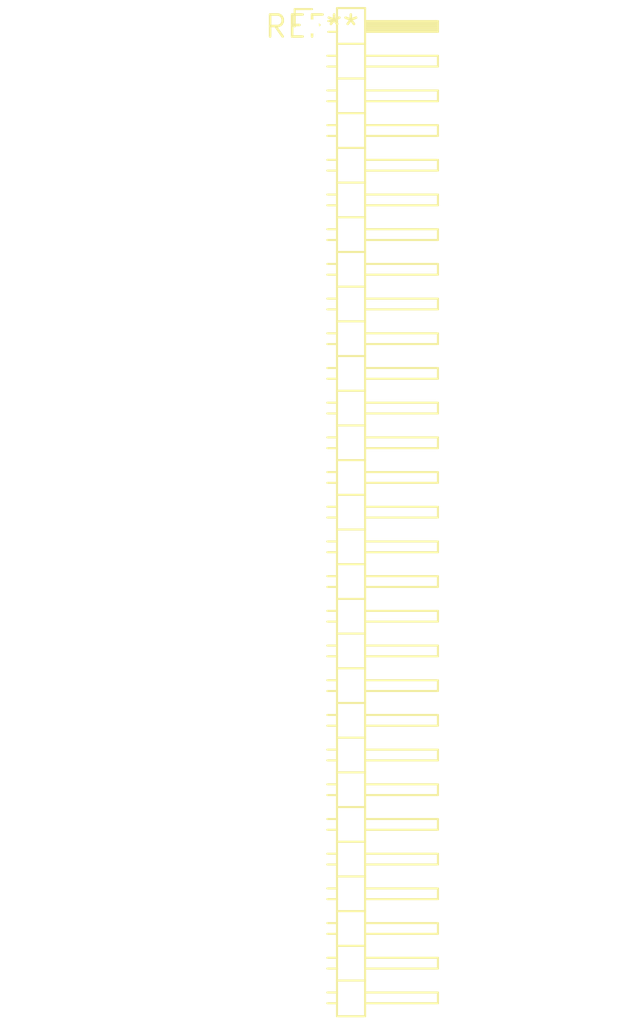
<source format=kicad_pcb>
(kicad_pcb (version 20240108) (generator pcbnew)
  (layers (0 "F.Cu" signal) (31 "B.Cu" signal) (34 "B.Paste" user) (35 "F.Paste" user) (36 "B.SilkS" user "B.Silkscreen") (37 "F.SilkS" user "F.Silkscreen") (38 "B.Mask" user) (39 "F.Mask" user) (44 "Edge.Cuts" user))
  (net 0 "")
  (footprint "PinHeader_1x29_P2.00mm_Horizontal" (layer "F.Cu") (at 0 0)
    (property "Reference" "REF**")
    (property "Value" "PinHeader_1x29_P2.00mm_Horizontal")
    (fp_line (start -1 -1) (end 0 -1) (layer "F.SilkS") (stroke (width 0.12)))
    (fp_line (start -1 0) (end -1 -1) (layer "F.SilkS") (stroke (width 0.12)))
    (fp_line (start 0.882114 1.69) (end 1.44 1.69) (layer "F.SilkS") (stroke (width 0.12)))
    (fp_line (start 0.882114 2.31) (end 1.44 2.31) (layer "F.SilkS") (stroke (width 0.12)))
    (fp_line (start 0.882114 3.69) (end 1.44 3.69) (layer "F.SilkS") (stroke (width 0.12)))
    (fp_line (start 0.882114 4.31) (end 1.44 4.31) (layer "F.SilkS") (stroke (width 0.12)))
    (fp_line (start 0.882114 5.69) (end 1.44 5.69) (layer "F.SilkS") (stroke (width 0.12)))
    (fp_line (start 0.882114 6.31) (end 1.44 6.31) (layer "F.SilkS") (stroke (width 0.12)))
    (fp_line (start 0.882114 7.69) (end 1.44 7.69) (layer "F.SilkS") (stroke (width 0.12)))
    (fp_line (start 0.882114 8.31) (end 1.44 8.31) (layer "F.SilkS") (stroke (width 0.12)))
    (fp_line (start 0.882114 9.69) (end 1.44 9.69) (layer "F.SilkS") (stroke (width 0.12)))
    (fp_line (start 0.882114 10.31) (end 1.44 10.31) (layer "F.SilkS") (stroke (width 0.12)))
    (fp_line (start 0.882114 11.69) (end 1.44 11.69) (layer "F.SilkS") (stroke (width 0.12)))
    (fp_line (start 0.882114 12.31) (end 1.44 12.31) (layer "F.SilkS") (stroke (width 0.12)))
    (fp_line (start 0.882114 13.69) (end 1.44 13.69) (layer "F.SilkS") (stroke (width 0.12)))
    (fp_line (start 0.882114 14.31) (end 1.44 14.31) (layer "F.SilkS") (stroke (width 0.12)))
    (fp_line (start 0.882114 15.69) (end 1.44 15.69) (layer "F.SilkS") (stroke (width 0.12)))
    (fp_line (start 0.882114 16.31) (end 1.44 16.31) (layer "F.SilkS") (stroke (width 0.12)))
    (fp_line (start 0.882114 17.69) (end 1.44 17.69) (layer "F.SilkS") (stroke (width 0.12)))
    (fp_line (start 0.882114 18.31) (end 1.44 18.31) (layer "F.SilkS") (stroke (width 0.12)))
    (fp_line (start 0.882114 19.69) (end 1.44 19.69) (layer "F.SilkS") (stroke (width 0.12)))
    (fp_line (start 0.882114 20.31) (end 1.44 20.31) (layer "F.SilkS") (stroke (width 0.12)))
    (fp_line (start 0.882114 21.69) (end 1.44 21.69) (layer "F.SilkS") (stroke (width 0.12)))
    (fp_line (start 0.882114 22.31) (end 1.44 22.31) (layer "F.SilkS") (stroke (width 0.12)))
    (fp_line (start 0.882114 23.69) (end 1.44 23.69) (layer "F.SilkS") (stroke (width 0.12)))
    (fp_line (start 0.882114 24.31) (end 1.44 24.31) (layer "F.SilkS") (stroke (width 0.12)))
    (fp_line (start 0.882114 25.69) (end 1.44 25.69) (layer "F.SilkS") (stroke (width 0.12)))
    (fp_line (start 0.882114 26.31) (end 1.44 26.31) (layer "F.SilkS") (stroke (width 0.12)))
    (fp_line (start 0.882114 27.69) (end 1.44 27.69) (layer "F.SilkS") (stroke (width 0.12)))
    (fp_line (start 0.882114 28.31) (end 1.44 28.31) (layer "F.SilkS") (stroke (width 0.12)))
    (fp_line (start 0.882114 29.69) (end 1.44 29.69) (layer "F.SilkS") (stroke (width 0.12)))
    (fp_line (start 0.882114 30.31) (end 1.44 30.31) (layer "F.SilkS") (stroke (width 0.12)))
    (fp_line (start 0.882114 31.69) (end 1.44 31.69) (layer "F.SilkS") (stroke (width 0.12)))
    (fp_line (start 0.882114 32.31) (end 1.44 32.31) (layer "F.SilkS") (stroke (width 0.12)))
    (fp_line (start 0.882114 33.69) (end 1.44 33.69) (layer "F.SilkS") (stroke (width 0.12)))
    (fp_line (start 0.882114 34.31) (end 1.44 34.31) (layer "F.SilkS") (stroke (width 0.12)))
    (fp_line (start 0.882114 35.69) (end 1.44 35.69) (layer "F.SilkS") (stroke (width 0.12)))
    (fp_line (start 0.882114 36.31) (end 1.44 36.31) (layer "F.SilkS") (stroke (width 0.12)))
    (fp_line (start 0.882114 37.69) (end 1.44 37.69) (layer "F.SilkS") (stroke (width 0.12)))
    (fp_line (start 0.882114 38.31) (end 1.44 38.31) (layer "F.SilkS") (stroke (width 0.12)))
    (fp_line (start 0.882114 39.69) (end 1.44 39.69) (layer "F.SilkS") (stroke (width 0.12)))
    (fp_line (start 0.882114 40.31) (end 1.44 40.31) (layer "F.SilkS") (stroke (width 0.12)))
    (fp_line (start 0.882114 41.69) (end 1.44 41.69) (layer "F.SilkS") (stroke (width 0.12)))
    (fp_line (start 0.882114 42.31) (end 1.44 42.31) (layer "F.SilkS") (stroke (width 0.12)))
    (fp_line (start 0.882114 43.69) (end 1.44 43.69) (layer "F.SilkS") (stroke (width 0.12)))
    (fp_line (start 0.882114 44.31) (end 1.44 44.31) (layer "F.SilkS") (stroke (width 0.12)))
    (fp_line (start 0.882114 45.69) (end 1.44 45.69) (layer "F.SilkS") (stroke (width 0.12)))
    (fp_line (start 0.882114 46.31) (end 1.44 46.31) (layer "F.SilkS") (stroke (width 0.12)))
    (fp_line (start 0.882114 47.69) (end 1.44 47.69) (layer "F.SilkS") (stroke (width 0.12)))
    (fp_line (start 0.882114 48.31) (end 1.44 48.31) (layer "F.SilkS") (stroke (width 0.12)))
    (fp_line (start 0.882114 49.69) (end 1.44 49.69) (layer "F.SilkS") (stroke (width 0.12)))
    (fp_line (start 0.882114 50.31) (end 1.44 50.31) (layer "F.SilkS") (stroke (width 0.12)))
    (fp_line (start 0.882114 51.69) (end 1.44 51.69) (layer "F.SilkS") (stroke (width 0.12)))
    (fp_line (start 0.882114 52.31) (end 1.44 52.31) (layer "F.SilkS") (stroke (width 0.12)))
    (fp_line (start 0.882114 53.69) (end 1.44 53.69) (layer "F.SilkS") (stroke (width 0.12)))
    (fp_line (start 0.882114 54.31) (end 1.44 54.31) (layer "F.SilkS") (stroke (width 0.12)))
    (fp_line (start 0.882114 55.69) (end 1.44 55.69) (layer "F.SilkS") (stroke (width 0.12)))
    (fp_line (start 0.882114 56.31) (end 1.44 56.31) (layer "F.SilkS") (stroke (width 0.12)))
    (fp_line (start 0.935 -0.31) (end 1.44 -0.31) (layer "F.SilkS") (stroke (width 0.12)))
    (fp_line (start 0.935 0.31) (end 1.44 0.31) (layer "F.SilkS") (stroke (width 0.12)))
    (fp_line (start 1.44 -1.06) (end 1.44 57.06) (layer "F.SilkS") (stroke (width 0.12)))
    (fp_line (start 1.44 1) (end 3.06 1) (layer "F.SilkS") (stroke (width 0.12)))
    (fp_line (start 1.44 3) (end 3.06 3) (layer "F.SilkS") (stroke (width 0.12)))
    (fp_line (start 1.44 5) (end 3.06 5) (layer "F.SilkS") (stroke (width 0.12)))
    (fp_line (start 1.44 7) (end 3.06 7) (layer "F.SilkS") (stroke (width 0.12)))
    (fp_line (start 1.44 9) (end 3.06 9) (layer "F.SilkS") (stroke (width 0.12)))
    (fp_line (start 1.44 11) (end 3.06 11) (layer "F.SilkS") (stroke (width 0.12)))
    (fp_line (start 1.44 13) (end 3.06 13) (layer "F.SilkS") (stroke (width 0.12)))
    (fp_line (start 1.44 15) (end 3.06 15) (layer "F.SilkS") (stroke (width 0.12)))
    (fp_line (start 1.44 17) (end 3.06 17) (layer "F.SilkS") (stroke (width 0.12)))
    (fp_line (start 1.44 19) (end 3.06 19) (layer "F.SilkS") (stroke (width 0.12)))
    (fp_line (start 1.44 21) (end 3.06 21) (layer "F.SilkS") (stroke (width 0.12)))
    (fp_line (start 1.44 23) (end 3.06 23) (layer "F.SilkS") (stroke (width 0.12)))
    (fp_line (start 1.44 25) (end 3.06 25) (layer "F.SilkS") (stroke (width 0.12)))
    (fp_line (start 1.44 27) (end 3.06 27) (layer "F.SilkS") (stroke (width 0.12)))
    (fp_line (start 1.44 29) (end 3.06 29) (layer "F.SilkS") (stroke (width 0.12)))
    (fp_line (start 1.44 31) (end 3.06 31) (layer "F.SilkS") (stroke (width 0.12)))
    (fp_line (start 1.44 33) (end 3.06 33) (layer "F.SilkS") (stroke (width 0.12)))
    (fp_line (start 1.44 35) (end 3.06 35) (layer "F.SilkS") (stroke (width 0.12)))
    (fp_line (start 1.44 37) (end 3.06 37) (layer "F.SilkS") (stroke (width 0.12)))
    (fp_line (start 1.44 39) (end 3.06 39) (layer "F.SilkS") (stroke (width 0.12)))
    (fp_line (start 1.44 41) (end 3.06 41) (layer "F.SilkS") (stroke (width 0.12)))
    (fp_line (start 1.44 43) (end 3.06 43) (layer "F.SilkS") (stroke (width 0.12)))
    (fp_line (start 1.44 45) (end 3.06 45) (layer "F.SilkS") (stroke (width 0.12)))
    (fp_line (start 1.44 47) (end 3.06 47) (layer "F.SilkS") (stroke (width 0.12)))
    (fp_line (start 1.44 49) (end 3.06 49) (layer "F.SilkS") (stroke (width 0.12)))
    (fp_line (start 1.44 51) (end 3.06 51) (layer "F.SilkS") (stroke (width 0.12)))
    (fp_line (start 1.44 53) (end 3.06 53) (layer "F.SilkS") (stroke (width 0.12)))
    (fp_line (start 1.44 55) (end 3.06 55) (layer "F.SilkS") (stroke (width 0.12)))
    (fp_line (start 1.44 57.06) (end 3.06 57.06) (layer "F.SilkS") (stroke (width 0.12)))
    (fp_line (start 3.06 -1.06) (end 1.44 -1.06) (layer "F.SilkS") (stroke (width 0.12)))
    (fp_line (start 3.06 -0.31) (end 7.26 -0.31) (layer "F.SilkS") (stroke (width 0.12)))
    (fp_line (start 3.06 -0.25) (end 7.26 -0.25) (layer "F.SilkS") (stroke (width 0.12)))
    (fp_line (start 3.06 -0.13) (end 7.26 -0.13) (layer "F.SilkS") (stroke (width 0.12)))
    (fp_line (start 3.06 -0.01) (end 7.26 -0.01) (layer "F.SilkS") (stroke (width 0.12)))
    (fp_line (start 3.06 0.11) (end 7.26 0.11) (layer "F.SilkS") (stroke (width 0.12)))
    (fp_line (start 3.06 0.23) (end 7.26 0.23) (layer "F.SilkS") (stroke (width 0.12)))
    (fp_line (start 3.06 1.69) (end 7.26 1.69) (layer "F.SilkS") (stroke (width 0.12)))
    (fp_line (start 3.06 3.69) (end 7.26 3.69) (layer "F.SilkS") (stroke (width 0.12)))
    (fp_line (start 3.06 5.69) (end 7.26 5.69) (layer "F.SilkS") (stroke (width 0.12)))
    (fp_line (start 3.06 7.69) (end 7.26 7.69) (layer "F.SilkS") (stroke (width 0.12)))
    (fp_line (start 3.06 9.69) (end 7.26 9.69) (layer "F.SilkS") (stroke (width 0.12)))
    (fp_line (start 3.06 11.69) (end 7.26 11.69) (layer "F.SilkS") (stroke (width 0.12)))
    (fp_line (start 3.06 13.69) (end 7.26 13.69) (layer "F.SilkS") (stroke (width 0.12)))
    (fp_line (start 3.06 15.69) (end 7.26 15.69) (layer "F.SilkS") (stroke (width 0.12)))
    (fp_line (start 3.06 17.69) (end 7.26 17.69) (layer "F.SilkS") (stroke (width 0.12)))
    (fp_line (start 3.06 19.69) (end 7.26 19.69) (layer "F.SilkS") (stroke (width 0.12)))
    (fp_line (start 3.06 21.69) (end 7.26 21.69) (layer "F.SilkS") (stroke (width 0.12)))
    (fp_line (start 3.06 23.69) (end 7.26 23.69) (layer "F.SilkS") (stroke (width 0.12)))
    (fp_line (start 3.06 25.69) (end 7.26 25.69) (layer "F.SilkS") (stroke (width 0.12)))
    (fp_line (start 3.06 27.69) (end 7.26 27.69) (layer "F.SilkS") (stroke (width 0.12)))
    (fp_line (start 3.06 29.69) (end 7.26 29.69) (layer "F.SilkS") (stroke (width 0.12)))
    (fp_line (start 3.06 31.69) (end 7.26 31.69) (layer "F.SilkS") (stroke (width 0.12)))
    (fp_line (start 3.06 33.69) (end 7.26 33.69) (layer "F.SilkS") (stroke (width 0.12)))
    (fp_line (start 3.06 35.69) (end 7.26 35.69) (layer "F.SilkS") (stroke (width 0.12)))
    (fp_line (start 3.06 37.69) (end 7.26 37.69) (layer "F.SilkS") (stroke (width 0.12)))
    (fp_line (start 3.06 39.69) (end 7.26 39.69) (layer "F.SilkS") (stroke (width 0.12)))
    (fp_line (start 3.06 41.69) (end 7.26 41.69) (layer "F.SilkS") (stroke (width 0.12)))
    (fp_line (start 3.06 43.69) (end 7.26 43.69) (layer "F.SilkS") (stroke (width 0.12)))
    (fp_line (start 3.06 45.69) (end 7.26 45.69) (layer "F.SilkS") (stroke (width 0.12)))
    (fp_line (start 3.06 47.69) (end 7.26 47.69) (layer "F.SilkS") (stroke (width 0.12)))
    (fp_line (start 3.06 49.69) (end 7.26 49.69) (layer "F.SilkS") (stroke (width 0.12)))
    (fp_line (start 3.06 51.69) (end 7.26 51.69) (layer "F.SilkS") (stroke (width 0.12)))
    (fp_line (start 3.06 53.69) (end 7.26 53.69) (layer "F.SilkS") (stroke (width 0.12)))
    (fp_line (start 3.06 55.69) (end 7.26 55.69) (layer "F.SilkS") (stroke (width 0.12)))
    (fp_line (start 3.06 57.06) (end 3.06 -1.06) (layer "F.SilkS") (stroke (width 0.12)))
    (fp_line (start 7.26 -0.31) (end 7.26 0.31) (layer "F.SilkS") (stroke (width 0.12)))
    (fp_line (start 7.26 0.31) (end 3.06 0.31) (layer "F.SilkS") (stroke (width 0.12)))
    (fp_line (start 7.26 1.69) (end 7.26 2.31) (layer "F.SilkS") (stroke (width 0.12)))
    (fp_line (start 7.26 2.31) (end 3.06 2.31) (layer "F.SilkS") (stroke (width 0.12)))
    (fp_line (start 7.26 3.69) (end 7.26 4.31) (layer "F.SilkS") (stroke (width 0.12)))
    (fp_line (start 7.26 4.31) (end 3.06 4.31) (layer "F.SilkS") (stroke (width 0.12)))
    (fp_line (start 7.26 5.69) (end 7.26 6.31) (layer "F.SilkS") (stroke (width 0.12)))
    (fp_line (start 7.26 6.31) (end 3.06 6.31) (layer "F.SilkS") (stroke (width 0.12)))
    (fp_line (start 7.26 7.69) (end 7.26 8.31) (layer "F.SilkS") (stroke (width 0.12)))
    (fp_line (start 7.26 8.31) (end 3.06 8.31) (layer "F.SilkS") (stroke (width 0.12)))
    (fp_line (start 7.26 9.69) (end 7.26 10.31) (layer "F.SilkS") (stroke (width 0.12)))
    (fp_line (start 7.26 10.31) (end 3.06 10.31) (layer "F.SilkS") (stroke (width 0.12)))
    (fp_line (start 7.26 11.69) (end 7.26 12.31) (layer "F.SilkS") (stroke (width 0.12)))
    (fp_line (start 7.26 12.31) (end 3.06 12.31) (layer "F.SilkS") (stroke (width 0.12)))
    (fp_line (start 7.26 13.69) (end 7.26 14.31) (layer "F.SilkS") (stroke (width 0.12)))
    (fp_line (start 7.26 14.31) (end 3.06 14.31) (layer "F.SilkS") (stroke (width 0.12)))
    (fp_line (start 7.26 15.69) (end 7.26 16.31) (layer "F.SilkS") (stroke (width 0.12)))
    (fp_line (start 7.26 16.31) (end 3.06 16.31) (layer "F.SilkS") (stroke (width 0.12)))
    (fp_line (start 7.26 17.69) (end 7.26 18.31) (layer "F.SilkS") (stroke (width 0.12)))
    (fp_line (start 7.26 18.31) (end 3.06 18.31) (layer "F.SilkS") (stroke (width 0.12)))
    (fp_line (start 7.26 19.69) (end 7.26 20.31) (layer "F.SilkS") (stroke (width 0.12)))
    (fp_line (start 7.26 20.31) (end 3.06 20.31) (layer "F.SilkS") (stroke (width 0.12)))
    (fp_line (start 7.26 21.69) (end 7.26 22.31) (layer "F.SilkS") (stroke (width 0.12)))
    (fp_line (start 7.26 22.31) (end 3.06 22.31) (layer "F.SilkS") (stroke (width 0.12)))
    (fp_line (start 7.26 23.69) (end 7.26 24.31) (layer "F.SilkS") (stroke (width 0.12)))
    (fp_line (start 7.26 24.31) (end 3.06 24.31) (layer "F.SilkS") (stroke (width 0.12)))
    (fp_line (start 7.26 25.69) (end 7.26 26.31) (layer "F.SilkS") (stroke (width 0.12)))
    (fp_line (start 7.26 26.31) (end 3.06 26.31) (layer "F.SilkS") (stroke (width 0.12)))
    (fp_line (start 7.26 27.69) (end 7.26 28.31) (layer "F.SilkS") (stroke (width 0.12)))
    (fp_line (start 7.26 28.31) (end 3.06 28.31) (layer "F.SilkS") (stroke (width 0.12)))
    (fp_line (start 7.26 29.69) (end 7.26 30.31) (layer "F.SilkS") (stroke (width 0.12)))
    (fp_line (start 7.26 30.31) (end 3.06 30.31) (layer "F.SilkS") (stroke (width 0.12)))
    (fp_line (start 7.26 31.69) (end 7.26 32.31) (layer "F.SilkS") (stroke (width 0.12)))
    (fp_line (start 7.26 32.31) (end 3.06 32.31) (layer "F.SilkS") (stroke (width 0.12)))
    (fp_line (start 7.26 33.69) (end 7.26 34.31) (layer "F.SilkS") (stroke (width 0.12)))
    (fp_line (start 7.26 34.31) (end 3.06 34.31) (layer "F.SilkS") (stroke (width 0.12)))
    (fp_line (start 7.26 35.69) (end 7.26 36.31) (layer "F.SilkS") (stroke (width 0.12)))
    (fp_line (start 7.26 36.31) (end 3.06 36.31) (layer "F.SilkS") (stroke (width 0.12)))
    (fp_line (start 7.26 37.69) (end 7.26 38.31) (layer "F.SilkS") (stroke (width 0.12)))
    (fp_line (start 7.26 38.31) (end 3.06 38.31) (layer "F.SilkS") (stroke (width 0.12)))
    (fp_line (start 7.26 39.69) (end 7.26 40.31) (layer "F.SilkS") (stroke (width 0.12)))
    (fp_line (start 7.26 40.31) (end 3.06 40.31) (layer "F.SilkS") (stroke (width 0.12)))
    (fp_line (start 7.26 41.69) (end 7.26 42.31) (layer "F.SilkS") (stroke (width 0.12)))
    (fp_line (start 7.26 42.31) (end 3.06 42.31) (layer "F.SilkS") (stroke (width 0.12)))
    (fp_line (start 7.26 43.69) (end 7.26 44.31) (layer "F.SilkS") (stroke (width 0.12)))
    (fp_line (start 7.26 44.31) (end 3.06 44.31) (layer "F.SilkS") (stroke (width 0.12)))
    (fp_line (start 7.26 45.69) (end 7.26 46.31) (layer "F.SilkS") (stroke (width 0.12)))
    (fp_line (start 7.26 46.31) (end 3.06 46.31) (layer "F.SilkS") (stroke (width 0.12)))
    (fp_line (start 7.26 47.69) (end 7.26 48.31) (layer "F.SilkS") (stroke (width 0.12)))
    (fp_line (start 7.26 48.31) (end 3.06 48.31) (layer "F.SilkS") (stroke (width 0.12)))
    (fp_line (start 7.26 49.69) (end 7.26 50.31) (layer "F.SilkS") (stroke (width 0.12)))
    (fp_line (start 7.26 50.31) (end 3.06 50.31) (layer "F.SilkS") (stroke (width 0.12)))
    (fp_line (start 7.26 51.69) (end 7.26 52.31) (layer "F.SilkS") (stroke (width 0.12)))
    (fp_line (start 7.26 52.31) (end 3.06 52.31) (layer "F.SilkS") (stroke (width 0.12)))
    (fp_line (start 7.26 53.69) (end 7.26 54.31) (layer "F.SilkS") (stroke (width 0.12)))
    (fp_line (start 7.26 54.31) (end 3.06 54.31) (layer "F.SilkS") (stroke (width 0.12)))
    (fp_line (start 7.26 55.69) (end 7.26 56.31) (layer "F.SilkS") (stroke (width 0.12)))
    (fp_line (start 7.26 56.31) (end 3.06 56.31) (layer "F.SilkS") (stroke (width 0.12)))
    (pad "1" thru_hole rect (at 0 0) (size 1.35 1.35) (drill 0.8) (layers *.Cu *.Mask) (remove_unused_layers))
    (pad "2" thru_hole oval (at 0 2) (size 1.35 1.35) (drill 0.8) (layers *.Cu *.Mask) (remove_unused_layers))
    (pad "3" thru_hole oval (at 0 4) (size 1.35 1.35) (drill 0.8) (layers *.Cu *.Mask) (remove_unused_layers))
    (pad "4" thru_hole oval (at 0 6) (size 1.35 1.35) (drill 0.8) (layers *.Cu *.Mask) (remove_unused_layers))
    (pad "5" thru_hole oval (at 0 8) (size 1.35 1.35) (drill 0.8) (layers *.Cu *.Mask) (remove_unused_layers))
    (pad "6" thru_hole oval (at 0 10) (size 1.35 1.35) (drill 0.8) (layers *.Cu *.Mask) (remove_unused_layers))
    (pad "7" thru_hole oval (at 0 12) (size 1.35 1.35) (drill 0.8) (layers *.Cu *.Mask) (remove_unused_layers))
    (pad "8" thru_hole oval (at 0 14) (size 1.35 1.35) (drill 0.8) (layers *.Cu *.Mask) (remove_unused_layers))
    (pad "9" thru_hole oval (at 0 16) (size 1.35 1.35) (drill 0.8) (layers *.Cu *.Mask) (remove_unused_layers))
    (pad "10" thru_hole oval (at 0 18) (size 1.35 1.35) (drill 0.8) (layers *.Cu *.Mask) (remove_unused_layers))
    (pad "11" thru_hole oval (at 0 20) (size 1.35 1.35) (drill 0.8) (layers *.Cu *.Mask) (remove_unused_layers))
    (pad "12" thru_hole oval (at 0 22) (size 1.35 1.35) (drill 0.8) (layers *.Cu *.Mask) (remove_unused_layers))
    (pad "13" thru_hole oval (at 0 24) (size 1.35 1.35) (drill 0.8) (layers *.Cu *.Mask) (remove_unused_layers))
    (pad "14" thru_hole oval (at 0 26) (size 1.35 1.35) (drill 0.8) (layers *.Cu *.Mask) (remove_unused_layers))
    (pad "15" thru_hole oval (at 0 28) (size 1.35 1.35) (drill 0.8) (layers *.Cu *.Mask) (remove_unused_layers))
    (pad "16" thru_hole oval (at 0 30) (size 1.35 1.35) (drill 0.8) (layers *.Cu *.Mask) (remove_unused_layers))
    (pad "17" thru_hole oval (at 0 32) (size 1.35 1.35) (drill 0.8) (layers *.Cu *.Mask) (remove_unused_layers))
    (pad "18" thru_hole oval (at 0 34) (size 1.35 1.35) (drill 0.8) (layers *.Cu *.Mask) (remove_unused_layers))
    (pad "19" thru_hole oval (at 0 36) (size 1.35 1.35) (drill 0.8) (layers *.Cu *.Mask) (remove_unused_layers))
    (pad "20" thru_hole oval (at 0 38) (size 1.35 1.35) (drill 0.8) (layers *.Cu *.Mask) (remove_unused_layers))
    (pad "21" thru_hole oval (at 0 40) (size 1.35 1.35) (drill 0.8) (layers *.Cu *.Mask) (remove_unused_layers))
    (pad "22" thru_hole oval (at 0 42) (size 1.35 1.35) (drill 0.8) (layers *.Cu *.Mask) (remove_unused_layers))
    (pad "23" thru_hole oval (at 0 44) (size 1.35 1.35) (drill 0.8) (layers *.Cu *.Mask) (remove_unused_layers))
    (pad "24" thru_hole oval (at 0 46) (size 1.35 1.35) (drill 0.8) (layers *.Cu *.Mask) (remove_unused_layers))
    (pad "25" thru_hole oval (at 0 48) (size 1.35 1.35) (drill 0.8) (layers *.Cu *.Mask) (remove_unused_layers))
    (pad "26" thru_hole oval (at 0 50) (size 1.35 1.35) (drill 0.8) (layers *.Cu *.Mask) (remove_unused_layers))
    (pad "27" thru_hole oval (at 0 52) (size 1.35 1.35) (drill 0.8) (layers *.Cu *.Mask) (remove_unused_layers))
    (pad "28" thru_hole oval (at 0 54) (size 1.35 1.35) (drill 0.8) (layers *.Cu *.Mask) (remove_unused_layers))
    (pad "29" thru_hole oval (at 0 56) (size 1.35 1.35) (drill 0.8) (layers *.Cu *.Mask) (remove_unused_layers))
  )
)
</source>
